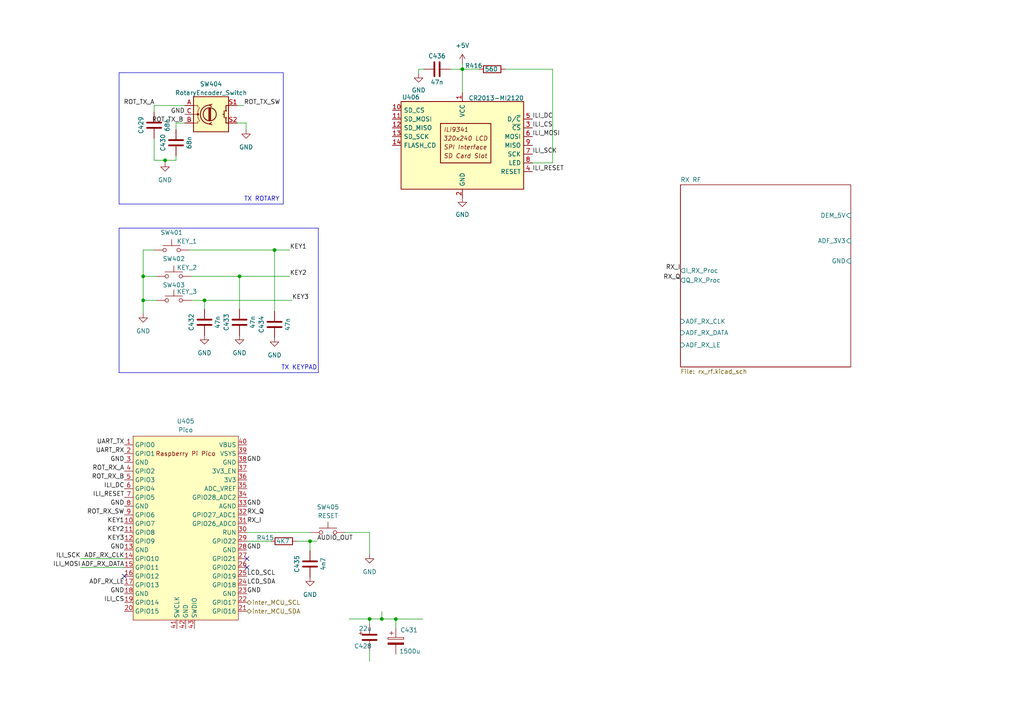
<source format=kicad_sch>
(kicad_sch (version 20231120) (generator "eeschema") (generator_version "8.0")
  (paper "A4")
  (lib_symbols
    (symbol "C_4" (pin_numbers hide) (pin_names (offset 0.254))
      (property "Reference" "C111" (at -0.635 2.54 0))
      (property "Value" "C_4" (at -0.635 -2.54 0))
      (symbol "C_4_0_0"
        (text "+" (at 2.54 -1.27 0) (effects (font (size 1.27 1.27))))
      )
      (symbol "C_4_0_1"
        (polyline (pts (xy -2.032 -0.762) (xy 2.032 -0.762)) (stroke (width 0.508)))
        (polyline (pts (xy -2.032 0.762) (xy 2.032 0.762)) (stroke (width 0.508)))
      )
      (symbol "C_4_1_1"
        (pin passive line (at 0 3.81 270) (length 2.794) (name "~") (number "1"))
        (pin passive line (at 0 -3.81 90) (length 2.794) (name "~") (number "2"))
      )
    )
    (symbol "Device:C" (pin_numbers hide) (pin_names (offset 0.254))
      (property "Reference" "C" (at 0.635 2.54 0))
      (property "Value" "C" (at 0.635 -2.54 0))
      (symbol "C_0_1"
        (polyline (pts (xy -2.032 -0.762) (xy 2.032 -0.762)) (stroke (width 0.508)))
        (polyline (pts (xy -2.032 0.762) (xy 2.032 0.762)) (stroke (width 0.508)))
      )
      (symbol "C_1_1"
        (pin passive line (at 0 3.81 270) (length 2.794) (name "~") (number "1"))
        (pin passive line (at 0 -3.81 90) (length 2.794) (name "~") (number "2"))
      )
    )
    (symbol "Device:CP" (pin_numbers hide) (pin_names (offset 0.254))
      (property "Reference" "C" (at 0.635 2.54 0))
      (property "Value" "CP" (at 0.635 -2.54 0))
      (symbol "CP_0_1"
        (rectangle (start -2.286 0.508) (end -2.286 1.016))
        (rectangle (start -2.286 0.508) (end 2.286 0.508))
        (polyline (pts (xy -1.778 2.286) (xy -0.762 2.286)))
        (polyline (pts (xy -1.27 2.794) (xy -1.27 1.778)))
        (rectangle (start 2.286 -0.508) (end -2.286 -1.016) (fill (type outline)))
        (rectangle (start 2.286 1.016) (end -2.286 1.016))
        (rectangle (start 2.286 1.016) (end 2.286 0.508))
      )
      (symbol "CP_1_1"
        (pin passive line (at 0 3.81 270) (length 2.794) (name "~") (number "1"))
        (pin passive line (at 0 -3.81 90) (length 2.794) (name "~") (number "2"))
      )
    )
    (symbol "Device:R" (pin_numbers hide) (pin_names (offset 0))
      (property "Reference" "R" (at 2.032 0 90))
      (property "Value" "R" (at 0 0 90))
      (symbol "R_0_1"
        (rectangle (start -1.016 -2.54) (end 1.016 2.54) (stroke (width 0.254)))
      )
      (symbol "R_1_1"
        (pin passive line (at 0 3.81 270) (length 1.27) (name "~") (number "1"))
        (pin passive line (at 0 -3.81 90) (length 1.27) (name "~") (number "2"))
      )
    )
    (symbol "Device:RotaryEncoder_Switch" (pin_names (offset 0.254) hide)
      (property "Reference" "SW" (at 0 6.604 0))
      (property "Value" "RotaryEncoder_Switch" (at 0 -6.604 0))
      (symbol "RotaryEncoder_Switch_0_1"
        (rectangle (start -5.08 5.08) (end 5.08 -5.08) (stroke (width 0.254)) (fill (type background)))
        (circle (center -3.81 0) (radius 0.254) (fill (type outline)))
        (circle (center -0.381 0) (radius 1.905) (stroke (width 0.254)))
        (arc (start -0.381 2.667) (mid -3.0988 -0.0635) (end -0.381 -2.794) (stroke (width 0.254)))
        (polyline (pts (xy -0.635 -1.778) (xy -0.635 1.778)) (stroke (width 0.254)))
        (polyline (pts (xy -0.381 -1.778) (xy -0.381 1.778)) (stroke (width 0.254)))
        (polyline (pts (xy -0.127 1.778) (xy -0.127 -1.778)) (stroke (width 0.254)))
        (polyline (pts (xy 3.81 0) (xy 3.429 0)) (stroke (width 0.254)))
        (polyline (pts (xy 3.81 1.016) (xy 3.81 -1.016)) (stroke (width 0.254)))
        (polyline (pts (xy -5.08 -2.54) (xy -3.81 -2.54) (xy -3.81 -2.032)))
        (polyline (pts (xy -5.08 2.54) (xy -3.81 2.54) (xy -3.81 2.032)))
        (polyline (pts (xy 0.254 -3.048) (xy -0.508 -2.794) (xy 0.127 -2.413)) (stroke (width 0.254)))
        (polyline (pts (xy 0.254 2.921) (xy -0.508 2.667) (xy 0.127 2.286)) (stroke (width 0.254)))
        (polyline (pts (xy 5.08 -2.54) (xy 4.318 -2.54) (xy 4.318 -1.016)) (stroke (width 0.254)))
        (polyline (pts (xy 5.08 2.54) (xy 4.318 2.54) (xy 4.318 1.016)) (stroke (width 0.254)))
        (polyline (pts (xy -5.08 0) (xy -3.81 0) (xy -3.81 -1.016) (xy -3.302 -2.032)))
        (polyline (pts (xy -4.318 0) (xy -3.81 0) (xy -3.81 1.016) (xy -3.302 2.032)))
        (circle (center 4.318 -1.016) (radius 0.127) (stroke (width 0.254)))
        (circle (center 4.318 1.016) (radius 0.127) (stroke (width 0.254)))
      )
      (symbol "RotaryEncoder_Switch_1_1"
        (pin passive line (at -7.62 2.54 0) (length 2.54) (name "A") (number "A"))
        (pin passive line (at -7.62 -2.54 0) (length 2.54) (name "B") (number "B"))
        (pin passive line (at -7.62 0 0) (length 2.54) (name "C") (number "C"))
        (pin passive line (at 7.62 2.54 180) (length 2.54) (name "S1") (number "S1"))
        (pin passive line (at 7.62 -2.54 180) (length 2.54) (name "S2") (number "S2"))
      )
    )
    (symbol "Driver_Display:CR2013-MI2120" (pin_names (offset 0.762))
      (property "Reference" "U" (at -17.526 13.97 0))
      (property "Value" "CR2013-MI2120" (at 1.905 13.97 0))
      (symbol "CR2013-MI2120_0_0"
        (text "320x240 LCD" (at 0.889 2.032 0) (effects (font (size 1.27 1.27) (italic yes))))
        (text "ILI9341" (at -5.461 4.572 0) (effects (font (size 1.27 1.27) (italic yes)) (justify left)))
        (text "SD Card Slot" (at -5.461 -3.048 0) (effects (font (size 1.27 1.27) (italic yes)) (justify left)))
        (text "SPI Interface" (at -5.461 -0.508 0) (effects (font (size 1.27 1.27) (italic yes)) (justify left)))
      )
      (symbol "CR2013-MI2120_0_1"
        (rectangle (start -17.78 12.7) (end 17.78 -12.7) (stroke (width 0.254)) (fill (type background)))
        (rectangle (start -6.35 6.35) (end 8.255 -5.08) (stroke (width 0.254)))
      )
      (symbol "CR2013-MI2120_1_1"
        (pin power_in line (at 0 15.24 270) (length 2.54) (name "VCC") (number "1"))
        (pin input line (at -20.32 10.16 0) (length 2.54) (name "SD_CS") (number "10"))
        (pin input line (at -20.32 7.62 0) (length 2.54) (name "SD_MOSI") (number "11"))
        (pin output line (at -20.32 5.08 0) (length 2.54) (name "SD_MISO") (number "12"))
        (pin input line (at -20.32 2.54 0) (length 2.54) (name "SD_SCK") (number "13"))
        (pin input line (at -20.32 0 0) (length 2.54) (name "FLASH_CD") (number "14"))
        (pin power_in line (at 0 -15.24 90) (length 2.54) (name "GND") (number "2"))
        (pin input line (at 20.32 5.08 180) (length 2.54) (name "~{CS}") (number "3"))
        (pin input line (at 20.32 -7.62 180) (length 2.54) (name "RESET") (number "4"))
        (pin input line (at 20.32 7.62 180) (length 2.54) (name "D/~{C}") (number "5"))
        (pin input line (at 20.32 2.54 180) (length 2.54) (name "MOSI") (number "6"))
        (pin input line (at 20.32 -2.54 180) (length 2.54) (name "SCK") (number "7"))
        (pin input line (at 20.32 -5.08 180) (length 2.54) (name "LED") (number "8"))
        (pin output line (at 20.32 0 180) (length 2.54) (name "MISO") (number "9"))
      )
    )
    (symbol "MCU_RaspberryPi_and_Boards:Pico"
      (property "Reference" "U" (at -13.97 27.94 0))
      (property "Value" "Pico" (at 0 19.05 0))
      (symbol "Pico_0_0"
        (text "Raspberry Pi Pico" (at 0 21.59 0) (effects (font (size 1.27 1.27))))
      )
      (symbol "Pico_0_1"
        (rectangle (start -15.24 26.67) (end 15.24 -26.67) (fill (type background)))
      )
      (symbol "Pico_1_1"
        (pin bidirectional line (at -17.78 24.13 0) (length 2.54) (name "GPIO0") (number "1"))
        (pin bidirectional line (at -17.78 1.27 0) (length 2.54) (name "GPIO7") (number "10"))
        (pin bidirectional line (at -17.78 -1.27 0) (length 2.54) (name "GPIO8") (number "11"))
        (pin bidirectional line (at -17.78 -3.81 0) (length 2.54) (name "GPIO9") (number "12"))
        (pin power_in line (at -17.78 -6.35 0) (length 2.54) (name "GND") (number "13"))
        (pin bidirectional line (at -17.78 -8.89 0) (length 2.54) (name "GPIO10") (number "14"))
        (pin bidirectional line (at -17.78 -11.43 0) (length 2.54) (name "GPIO11") (number "15"))
        (pin bidirectional line (at -17.78 -13.97 0) (length 2.54) (name "GPIO12") (number "16"))
        (pin bidirectional line (at -17.78 -16.51 0) (length 2.54) (name "GPIO13") (number "17"))
        (pin power_in line (at -17.78 -19.05 0) (length 2.54) (name "GND") (number "18"))
        (pin bidirectional line (at -17.78 -21.59 0) (length 2.54) (name "GPIO14") (number "19"))
        (pin bidirectional line (at -17.78 21.59 0) (length 2.54) (name "GPIO1") (number "2"))
        (pin bidirectional line (at -17.78 -24.13 0) (length 2.54) (name "GPIO15") (number "20"))
        (pin bidirectional line (at 17.78 -24.13 180) (length 2.54) (name "GPIO16") (number "21"))
        (pin bidirectional line (at 17.78 -21.59 180) (length 2.54) (name "GPIO17") (number "22"))
        (pin power_in line (at 17.78 -19.05 180) (length 2.54) (name "GND") (number "23"))
        (pin bidirectional line (at 17.78 -16.51 180) (length 2.54) (name "GPIO18") (number "24"))
        (pin bidirectional line (at 17.78 -13.97 180) (length 2.54) (name "GPIO19") (number "25"))
        (pin bidirectional line (at 17.78 -11.43 180) (length 2.54) (name "GPIO20") (number "26"))
        (pin bidirectional line (at 17.78 -8.89 180) (length 2.54) (name "GPIO21") (number "27"))
        (pin power_in line (at 17.78 -6.35 180) (length 2.54) (name "GND") (number "28"))
        (pin bidirectional line (at 17.78 -3.81 180) (length 2.54) (name "GPIO22") (number "29"))
        (pin power_in line (at -17.78 19.05 0) (length 2.54) (name "GND") (number "3"))
        (pin input line (at 17.78 -1.27 180) (length 2.54) (name "RUN") (number "30"))
        (pin bidirectional line (at 17.78 1.27 180) (length 2.54) (name "GPIO26_ADC0") (number "31"))
        (pin bidirectional line (at 17.78 3.81 180) (length 2.54) (name "GPIO27_ADC1") (number "32"))
        (pin power_in line (at 17.78 6.35 180) (length 2.54) (name "AGND") (number "33"))
        (pin bidirectional line (at 17.78 8.89 180) (length 2.54) (name "GPIO28_ADC2") (number "34"))
        (pin power_in line (at 17.78 11.43 180) (length 2.54) (name "ADC_VREF") (number "35"))
        (pin power_in line (at 17.78 13.97 180) (length 2.54) (name "3V3") (number "36"))
        (pin input line (at 17.78 16.51 180) (length 2.54) (name "3V3_EN") (number "37"))
        (pin bidirectional line (at 17.78 19.05 180) (length 2.54) (name "GND") (number "38"))
        (pin power_in line (at 17.78 21.59 180) (length 2.54) (name "VSYS") (number "39"))
        (pin bidirectional line (at -17.78 16.51 0) (length 2.54) (name "GPIO2") (number "4"))
        (pin power_in line (at 17.78 24.13 180) (length 2.54) (name "VBUS") (number "40"))
        (pin input line (at -2.54 -29.21 90) (length 2.54) (name "SWCLK") (number "41"))
        (pin power_in line (at 0 -29.21 90) (length 2.54) (name "GND") (number "42"))
        (pin bidirectional line (at 2.54 -29.21 90) (length 2.54) (name "SWDIO") (number "43"))
        (pin bidirectional line (at -17.78 13.97 0) (length 2.54) (name "GPIO3") (number "5"))
        (pin bidirectional line (at -17.78 11.43 0) (length 2.54) (name "GPIO4") (number "6"))
        (pin bidirectional line (at -17.78 8.89 0) (length 2.54) (name "GPIO5") (number "7"))
        (pin power_in line (at -17.78 6.35 0) (length 2.54) (name "GND") (number "8"))
        (pin bidirectional line (at -17.78 3.81 0) (length 2.54) (name "GPIO6") (number "9"))
      )
    )
    (symbol "Switch:SW_Push" (pin_numbers hide) (pin_names (offset 1.016) hide)
      (property "Reference" "SW" (at 1.27 2.54 0))
      (property "Value" "SW_Push" (at 0 -1.524 0))
      (symbol "SW_Push_0_1"
        (circle (center -2.032 0) (radius 0.508))
        (polyline (pts (xy 0 1.27) (xy 0 3.048)))
        (polyline (pts (xy 2.54 1.27) (xy -2.54 1.27)))
        (circle (center 2.032 0) (radius 0.508))
        (pin passive line (at -5.08 0 0) (length 2.54) (name "1") (number "1"))
        (pin passive line (at 5.08 0 180) (length 2.54) (name "2") (number "2"))
      )
    )
    (symbol "power:+5V" (power) (pin_numbers hide) (pin_names (offset 0) hide)
      (property "Value" "+5V" (at 0 3.556 0))
      (symbol "+5V_0_1"
        (polyline (pts (xy -0.762 1.27) (xy 0 2.54)))
        (polyline (pts (xy 0 0) (xy 0 2.54)))
        (polyline (pts (xy 0 2.54) (xy 0.762 1.27)))
      )
      (symbol "+5V_1_1"
        (pin power_in line (at 0 0 90) (length 0) (name "~") (number "1"))
      )
    )
    (symbol "power:GND" (power) (pin_names (offset 0))
      (property "Value" "GND" (at 0 -3.81 0))
      (symbol "GND_0_1"
        (polyline (pts (xy 0 0) (xy 0 -1.27) (xy 1.27 -1.27) (xy 0 -2.54) (xy -1.27 -1.27) (xy 0 -1.27)))
      )
      (symbol "GND_1_1"
        (pin power_in line (at 0 0 270) (length 0) hide (name "GND") (number "1"))
      )
    )
  )
  (junction (at 79.629 72.517))
  (junction (at 59.309 87.122))
  (junction (at 69.469 80.137))
  (junction (at 114.808 179.5526))
  (junction (at 89.916 156.972))
  (junction (at 107.188 179.5272))
  (junction (at 41.529 87.122))
  (junction (at 41.529 80.137))
  (junction (at 134.112 20.066))
  (junction (at 47.879 46.482))
  (junction (at 110.744 179.5272))
  (no_connect (at 36.068 167.132))
  (no_connect (at 71.628 164.592))
  (no_connect (at 71.628 162.052))
  (wire (pts (xy 59.309 87.122) (xy 59.309 89.662)))
  (wire (pts (xy 54.864 72.517) (xy 79.629 72.517)))
  (polyline (pts (xy 35.814 21.082) (xy 82.169 21.082)))
  (wire (pts (xy 134.112 20.066) (xy 134.112 26.924)))
  (wire (pts (xy 71.374 35.687) (xy 71.374 37.592)))
  (wire (pts (xy 114.808 179.5526) (xy 122.682 179.5526)))
  (wire (pts (xy 107.188 191.8716) (xy 107.188 188.6712)))
  (wire (pts (xy 68.834 35.687) (xy 71.374 35.687)))
  (wire (pts (xy 100.203 154.432) (xy 107.188 154.432)))
  (wire (pts (xy 23.368 164.592) (xy 36.068 164.592)))
  (wire (pts (xy 114.808 179.5526) (xy 114.808 182.118)))
  (wire (pts (xy 79.629 72.517) (xy 84.074 72.517)))
  (wire (pts (xy 101.2952 179.5272) (xy 107.188 179.5272)))
  (wire (pts (xy 47.879 46.482) (xy 44.704 46.482)))
  (wire (pts (xy 154.432 47.244) (xy 160.274 47.244)))
  (wire (pts (xy 130.556 20.066) (xy 134.112 20.066)))
  (polyline (pts (xy 34.544 108.077) (xy 34.544 66.167)))
  (polyline (pts (xy 34.544 66.167) (xy 35.814 66.167)))
  (wire (pts (xy 41.529 87.122) (xy 41.529 90.932)))
  (wire (pts (xy 41.529 80.137) (xy 45.339 80.137)))
  (wire (pts (xy 44.704 30.607) (xy 44.704 32.512)))
  (wire (pts (xy 41.529 87.122) (xy 45.339 87.122)))
  (wire (pts (xy 51.054 45.212) (xy 51.054 46.482)))
  (wire (pts (xy 59.309 87.122) (xy 84.709 87.122)))
  (wire (pts (xy 51.054 35.687) (xy 51.054 37.592)))
  (polyline (pts (xy 34.544 59.182) (xy 34.544 21.082)))
  (wire (pts (xy 107.188 154.432) (xy 107.188 160.782)))
  (wire (pts (xy 71.628 156.972) (xy 78.486 156.972)))
  (polyline (pts (xy 82.169 21.082) (xy 82.169 59.182)))
  (wire (pts (xy 114.808 179.5526) (xy 114.808 179.5272)))
  (wire (pts (xy 55.499 80.137) (xy 69.469 80.137)))
  (polyline (pts (xy 82.169 59.182) (xy 34.544 59.182)))
  (wire (pts (xy 121.412 21.336) (xy 121.412 20.066)))
  (wire (pts (xy 47.879 46.482) (xy 47.879 47.117)))
  (wire (pts (xy 146.558 20.066) (xy 160.274 20.066)))
  (wire (pts (xy 53.594 30.607) (xy 44.704 30.607)))
  (wire (pts (xy 44.704 46.482) (xy 44.704 40.132)))
  (wire (pts (xy 55.499 87.122) (xy 59.309 87.122)))
  (wire (pts (xy 110.744 177.3936) (xy 110.744 179.5272)))
  (wire (pts (xy 44.704 72.517) (xy 41.529 72.517)))
  (wire (pts (xy 41.529 72.517) (xy 41.529 80.137)))
  (wire (pts (xy 53.594 35.687) (xy 51.054 35.687)))
  (wire (pts (xy 86.106 156.972) (xy 89.916 156.972)))
  (wire (pts (xy 71.628 154.432) (xy 90.043 154.432)))
  (wire (pts (xy 110.744 179.5272) (xy 114.808 179.5272)))
  (polyline (pts (xy 34.544 21.082) (xy 35.814 21.082)))
  (wire (pts (xy 107.188 179.5272) (xy 110.744 179.5272)))
  (wire (pts (xy 41.529 80.137) (xy 41.529 87.122)))
  (wire (pts (xy 134.112 18.288) (xy 134.112 20.066)))
  (wire (pts (xy 69.469 80.137) (xy 69.469 89.662)))
  (wire (pts (xy 23.368 162.052) (xy 36.068 162.052)))
  (wire (pts (xy 51.054 46.482) (xy 47.879 46.482)))
  (wire (pts (xy 89.916 156.972) (xy 89.916 159.766)))
  (wire (pts (xy 121.412 20.066) (xy 122.936 20.066)))
  (polyline (pts (xy 92.329 108.077) (xy 34.544 108.077)))
  (wire (pts (xy 134.112 20.066) (xy 138.938 20.066)))
  (wire (pts (xy 68.834 30.607) (xy 70.739 30.607)))
  (wire (pts (xy 69.469 80.137) (xy 84.074 80.137)))
  (wire (pts (xy 107.188 179.5272) (xy 107.188 181.0512)))
  (polyline (pts (xy 92.329 66.167) (xy 92.329 108.077)))
  (wire (pts (xy 79.629 72.517) (xy 79.629 90.297)))
  (polyline (pts (xy 35.814 66.167) (xy 92.329 66.167)))
  (wire (pts (xy 160.274 20.066) (xy 160.274 47.244)))
  (wire (pts (xy 89.916 156.972) (xy 91.948 156.972)))
  (text "TX KEYPAD" (at 81.534 107.442 0) (effects (font (size 1.27 1.27)) (justify left bottom)))
  (text "TX ROTARY " (at 70.739 58.547 0) (effects (font (size 1.27 1.27)) (justify left bottom)))
  (label "ILI_RESET" (at 154.432 49.784 0))
  (label "KEY2" (at 84.074 80.137 0))
  (label "KEY3" (at 84.709 87.122 0))
  (label "ROT_RX_A" (at 36.068 136.652 180))
  (label "UART_RX" (at 36.068 131.572 180))
  (label "ROT_TX_SW" (at 70.739 30.607 0))
  (label "GND" (at 36.068 146.812 180))
  (label "ILI_DC" (at 36.068 141.732 180))
  (label "LCD_SDA" (at 71.628 169.672 0))
  (label "ADF_RX_DATA" (at 36.068 164.592 180))
  (label "GND" (at 53.594 33.147 180))
  (label "RX_I" (at 71.628 151.892 0))
  (label "GND" (at 36.068 134.112 180))
  (label "KEY2" (at 36.068 154.432 180))
  (label "ADF_RX_LE" (at 36.068 169.672 180))
  (label "ROT_RX_B" (at 36.068 139.192 180))
  (label "GND" (at 71.628 146.812 0))
  (label "ROT_TX_A" (at 44.831 30.607 180))
  (label "GND" (at 71.628 159.512 0))
  (label "GND" (at 71.628 134.112 0))
  (label "UART_TX" (at 36.068 129.032 180))
  (label "AUDIO_OUT" (at 91.948 156.972 0))
  (label "ILI_CS" (at 36.068 174.752 180))
  (label "ROT_TX_B" (at 53.213 35.687 180))
  (label "LCD_SCL" (at 71.628 167.132 0))
  (label "GND" (at 36.068 159.512 180))
  (label "ILI_DC" (at 154.432 34.544 0))
  (label "ILI_SCK" (at 154.432 44.704 0))
  (label "ILI_MOSI" (at 23.368 164.592 180))
  (label "GND" (at 36.068 172.212 180))
  (label "ADF_RX_CLK" (at 36.068 162.052 180))
  (label "ROT_RX_SW" (at 36.068 149.352 180))
  (label "ILI_RESET" (at 36.068 144.272 180))
  (label "RX_Q" (at 197.358 81.28 180))
  (label "ILI_SCK" (at 23.368 162.052 180))
  (label "KEY1" (at 84.074 72.517 0))
  (label "GND" (at 71.628 172.212 0))
  (label "KEY1" (at 36.068 151.892 180))
  (label "RX_I" (at 197.358 78.486 180))
  (label "RX_Q" (at 71.628 149.352 0))
  (label "ILI_CS" (at 154.432 37.084 0))
  (label "ILI_MOSI" (at 154.432 39.624 0))
  (label "KEY3" (at 36.068 156.972 180))
  (hierarchical_label "inter_MCU_SDA" (shape bidirectional) (at 71.628 177.292 0))
  (hierarchical_label "inter_MCU_SCL" (shape bidirectional) (at 71.628 174.752 0))
  (symbol (lib_id "power:+5V") (at 134.112 18.288 0) (unit 1)
    (property "Reference" "#PWR0440" (effects (hide yes)))
    (property "Value" "+5V" (at 134.112 13.208 0))
    (property "Description" "Power symbol creates a global label with name \"+5V\"" (effects (hide yes)))
  )
  (symbol (lib_id "Device:R") (at 82.296 156.972 270) (unit 1)
    (property "Reference" "R415" (at 76.962 155.956 90))
    (property "Value" "4K7" (at 82.042 156.972 90))
    (property "Footprint" "Resistor_SMD:R_0805_2012Metric" (effects (hide yes)))
    (property "Description" "0805 Resistor" (effects (hide yes)))
    (property "Size" "0805" (effects (hide yes)))
  )
  (symbol (lib_id "power:GND") (at 41.529 90.932 0) (unit 1)
    (property "Reference" "#PWR0432" (effects (hide yes)))
    (property "Value" "GND" (at 41.529 96.012 0))
  )
  (symbol (lib_id "power:GND") (at 71.374 37.592 0) (unit 1)
    (property "Reference" "#PWR0436" (effects (hide yes)))
    (property "Value" "GND" (at 71.374 42.672 0))
  )
  (symbol (lib_id "Switch:SW_Push") (at 49.784 72.517 0) (unit 1)
    (property "Reference" "SW401" (at 49.784 67.437 0))
    (property "Value" "KEY_1" (at 54.229 69.977 0))
  )
  (symbol (lib_id "Device:C") (at 51.054 41.402 180) (unit 1)
    (property "Reference" "C430" (at 47.244 41.402 90))
    (property "Value" "68n" (at 54.864 41.402 90))
    (property "Footprint" "Capacitor_SMD:C_0805_2012Metric" (effects (hide yes)))
  )
  (symbol (lib_id "power:GND") (at 121.412 21.336 0) (unit 1)
    (property "Reference" "#PWR0441" (effects (hide yes)))
    (property "Value" "GND" (at 121.412 26.162 0))
  )
  (symbol (lib_id "power:GND") (at 89.916 167.386 0) (unit 1)
    (property "Reference" "#PWR0439" (effects (hide yes)))
    (property "Value" "GND" (at 89.916 172.466 0))
  )
  (symbol (lib_id "Switch:SW_Push") (at 50.419 87.122 0) (unit 1)
    (property "Reference" "SW403" (at 50.419 82.677 0))
    (property "Value" "KEY_3" (at 54.229 84.582 0))
  )
  (symbol (lib_id "Device:C") (at 44.704 36.322 180) (unit 1)
    (property "Reference" "C429" (at 40.894 36.322 90))
    (property "Value" "68n" (at 48.514 36.322 90))
    (property "Footprint" "Capacitor_SMD:C_0805_2012Metric" (effects (hide yes)))
  )
  (symbol (lib_id "power:GND") (at 47.879 47.117 0) (unit 1)
    (property "Reference" "#PWR0433" (effects (hide yes)))
    (property "Value" "GND" (at 47.879 52.197 0))
  )
  (symbol (lib_id "Switch:SW_Push") (at 50.419 80.137 0) (unit 1)
    (property "Reference" "SW402" (at 50.419 75.057 0))
    (property "Value" "KEY_2" (at 54.229 77.597 0))
  )
  (symbol (lib_id "MCU_RaspberryPi_and_Boards:Pico") (at 53.848 153.162 0) (unit 1)
    (property "Reference" "U405" (at 53.848 122.174 0))
    (property "Value" "Pico" (at 53.848 124.714 0))
    (property "Footprint" "RPi_Pico:RPi_Pico_SMD_TH" (effects (hide yes)))
  )
  (symbol (lib_id "Driver_Display:CR2013-MI2120") (at 134.112 42.164 0) (unit 1)
    (property "Reference" "U406" (at 116.586 28.194 0) (effects (justify left)))
    (property "Value" "CR2013-MI2120" (at 135.89 28.448 0) (effects (justify left)))
    (property "Footprint" "Display:CR2013-MI2120" (effects (hide yes)))
    (property "Datasheet" "http://pan.baidu.com/s/11Y990" (effects (hide yes)))
    (property "Description" "ILI9341 controller, SPI TFT LCD Display, 9-pin breakout PCB, 4-pin SD card interface, 5V/3.3V" (effects (hide yes)))
  )
  (symbol (lib_id "Device:CP") (at 114.808 185.928 0) (unit 1)
    (property "Reference" "C431" (at 116.078 182.753 0) (effects (justify left)))
    (property "Value" "1500u" (at 115.7732 188.8998 0) (effects (justify left)))
    (property "Footprint" "Capacitor_SMD:CP_Elec_10x10" (effects (hide yes)))
    (property "Datasheet" "https://www.mouser.fi/datasheet/2/40/kyocera_avx_apa_series-2525764.pdf" (effects (hide yes)))
    (property "Description" "Aluminium Polymer Electrolytic Capacitor" (effects (hide yes)))
    (property "Size" "100x100x120" (effects (hide yes)))
    (property "Manufacturer" "Kyocera" (effects (hide yes)))
    (property "Manufacturer #" "APA1010152M004R" (effects (hide yes)))
    (property "Temperature" "-55C to +105C" (effects (hide yes)))
    (property "temperature range high" "105" (effects (hide yes)))
    (property "temperature range low" "-55" (effects (hide yes)))
  )
  (symbol (lib_id "Device:C") (at 69.469 93.472 180) (unit 1)
    (property "Reference" "C433" (at 65.659 93.472 90))
    (property "Value" "47n" (at 73.279 93.472 90))
    (property "Footprint" "Capacitor_SMD:C_0805_2012Metric" (effects (hide yes)))
  )
  (symbol (lib_id "Device:C") (at 79.629 94.107 180) (unit 1)
    (property "Reference" "C434" (at 75.819 94.107 90))
    (property "Value" "47n" (at 83.439 94.107 90))
    (property "Footprint" "Capacitor_SMD:C_0805_2012Metric" (effects (hide yes)))
  )
  (symbol (lib_id "power:GND") (at 59.309 97.282 0) (unit 1)
    (property "Reference" "#PWR0434" (effects (hide yes)))
    (property "Value" "GND" (at 59.309 102.362 0))
  )
  (symbol (lib_id "power:GND") (at 69.469 97.282 0) (unit 1)
    (property "Reference" "#PWR0435" (effects (hide yes)))
    (property "Value" "GND" (at 69.469 102.362 0))
  )
  (symbol (lib_name "C_4") (lib_id "Device:C") (at 107.188 184.8612 180) (unit 1)
    (property "Reference" "C428" (at 107.823 187.4012 0) (effects (justify left)))
    (property "Value" "22u" (at 107.823 182.3212 0) (effects (justify left)))
    (property "Footprint" "Enevo:0603_CAP" (effects (hide yes)))
    (property "Datasheet" "https://datasheets.kyocera-avx.com/F98.pdf" (effects (hide yes)))
    (property "Description" "0603 Capacitor" (effects (hide yes)))
    (property "Size" "0603" (effects (hide yes)))
    (property "Manufacturer" "Kyocera" (effects (hide yes)))
    (property "Manufacturer #" "F981A226MMALZT" (effects (hide yes)))
    (property "Temperature" "-25C to +85C" (effects (hide yes)))
    (property "temperature range high" "85" (effects (hide yes)))
    (property "temperature range low" "-25" (effects (hide yes)))
    (property "Field4" "https://www.digikey.fi/en/products/detail/kyocera-avx/F981A226MMALZT/7536108?s=N4IgTCBcDaIGIE4AcBGAgmMA2AsjtAMgFoAqIAugL5A" (effects (hide yes)))
  )
  (symbol (lib_id "Device:R") (at 142.748 20.066 270) (unit 1)
    (property "Reference" "R416" (at 137.414 19.05 90))
    (property "Value" "560" (at 142.494 20.066 90))
    (property "Footprint" "Resistor_SMD:R_0805_2012Metric" (effects (hide yes)))
    (property "Description" "0805 Resistor" (effects (hide yes)))
    (property "Size" "0805" (effects (hide yes)))
  )
  (symbol (lib_id "Device:C") (at 59.309 93.472 180) (unit 1)
    (property "Reference" "C432" (at 55.499 93.472 90))
    (property "Value" "47n" (at 63.119 93.472 90))
    (property "Footprint" "Capacitor_SMD:C_0805_2012Metric" (effects (hide yes)))
  )
  (symbol (lib_id "Switch:SW_Push") (at 95.123 154.432 0) (unit 1)
    (property "Reference" "SW405" (at 95.123 147.066 0))
    (property "Value" "RESET" (at 95.123 149.606 0))
  )
  (symbol (lib_id "Device:C") (at 89.916 163.576 180) (unit 1)
    (property "Reference" "C435" (at 86.106 163.576 90))
    (property "Value" "4n7" (at 93.726 163.576 90))
    (property "Footprint" "Capacitor_SMD:C_0805_2012Metric" (effects (hide yes)))
  )
  (symbol (lib_id "Device:C") (at 126.746 20.066 90) (unit 1)
    (property "Reference" "C436" (at 126.746 16.256 90))
    (property "Value" "47n" (at 126.746 23.876 90))
    (property "Footprint" "Capacitor_SMD:C_0805_2012Metric" (effects (hide yes)))
  )
  (symbol (lib_id "power:GND") (at 134.112 57.404 0) (unit 1)
    (property "Reference" "#PWR0442" (effects (hide yes)))
    (property "Value" "GND" (at 134.112 62.23 0))
  )
  (symbol (lib_id "power:GND") (at 79.629 97.917 0) (unit 1)
    (property "Reference" "#PWR0437" (effects (hide yes)))
    (property "Value" "GND" (at 79.629 102.997 0))
  )
  (symbol (lib_id "power:GND") (at 107.188 160.782 0) (unit 1)
    (property "Reference" "#PWR0438" (effects (hide yes)))
    (property "Value" "GND" (at 107.188 165.862 0))
  )
  (symbol (lib_id "Device:RotaryEncoder_Switch") (at 61.214 33.147 0) (unit 1)
    (property "Reference" "SW404" (at 61.214 24.384 0))
    (property "Value" "RotaryEncoder_Switch" (at 61.214 26.924 0))
  )
  (sheet (at 197.358 53.594) (size 49.403 52.832) (stroke (width 0.1524))
    (property "Sheetname" "RX RF" (at 197.358 52.8824 0) (effects (justify left bottom)))
    (property "Sheetfile" "rx_rf.kicad_sch" (at 197.358 107.0106 0) (effects (justify left top)))
    (pin "I_RX_Proc" output (at 197.358 78.486 180))
    (pin "Q_RX_Proc" output (at 197.358 81.28 180))
    (pin "DEM_5V" input (at 246.761 62.484 0))
    (pin "ADF_3V3" input (at 246.761 69.85 0))
    (pin "GND" input (at 246.761 75.692 0))
    (pin "ADF_RX_CLK" input (at 197.358 93.218 180))
    (pin "ADF_RX_DATA" input (at 197.358 96.52 180))
    (pin "ADF_RX_LE" input (at 197.358 100.076 180))
  )
)
</source>
